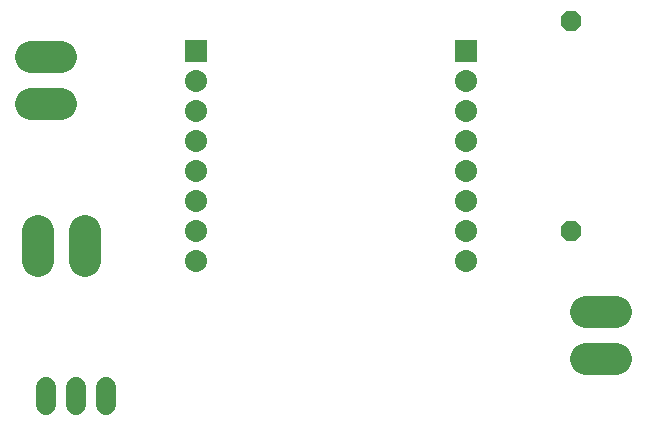
<source format=gbr>
G04 EAGLE Gerber RS-274X export*
G75*
%MOMM*%
%FSLAX34Y34*%
%LPD*%
%INSoldermask Bottom*%
%IPPOS*%
%AMOC8*
5,1,8,0,0,1.08239X$1,22.5*%
G01*
%ADD10C,1.868200*%
%ADD11R,1.868200X1.868200*%
%ADD12C,2.717800*%
%ADD13P,1.869504X8X112.500000*%
%ADD14C,1.727200*%


D10*
X139700Y749300D03*
X139700Y774700D03*
X139700Y800100D03*
X139700Y825500D03*
X139700Y850900D03*
X139700Y876300D03*
X139700Y901700D03*
D11*
X139700Y927100D03*
X368300Y927100D03*
D10*
X368300Y901700D03*
X368300Y876300D03*
X368300Y850900D03*
X368300Y825500D03*
X368300Y800100D03*
X368300Y774700D03*
X368300Y749300D03*
D12*
X25273Y881888D02*
X127Y881888D01*
X127Y921512D02*
X25273Y921512D01*
X470027Y705612D02*
X495173Y705612D01*
X495173Y665988D02*
X470027Y665988D01*
D13*
X457200Y774700D03*
X457200Y952500D03*
D14*
X12700Y642620D02*
X12700Y627380D01*
X38100Y627380D02*
X38100Y642620D01*
X63500Y642620D02*
X63500Y627380D01*
D12*
X5588Y749427D02*
X5588Y774573D01*
X45212Y774573D02*
X45212Y749427D01*
M02*

</source>
